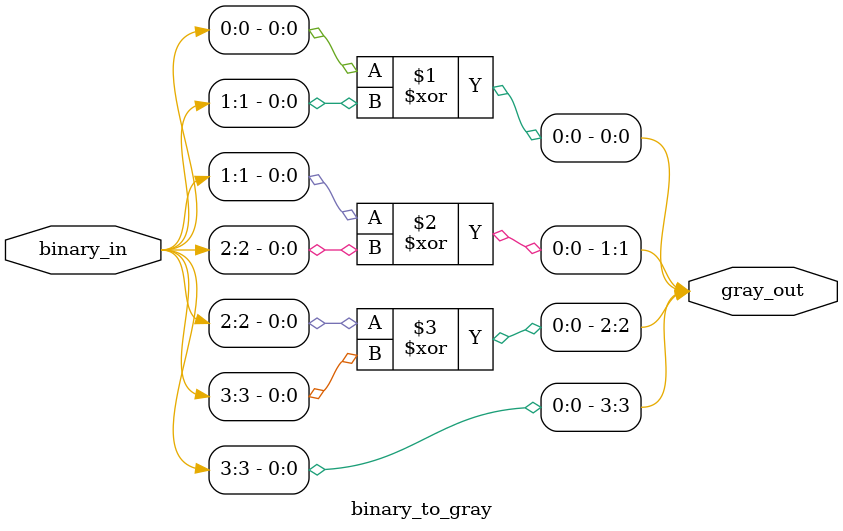
<source format=v>
module binary_to_gray #(
    parameter WIDTH = 4
)(
    input wire [WIDTH-1:0] binary_in,
    output wire [WIDTH-1:0] gray_out
);

    // Gray code conversion: gray_out = binary_in ^ (binary_in >> 1)
    assign gray_out[WIDTH-1] = binary_in[WIDTH-1];
    
    genvar i;
    generate
        for (i = 0; i < WIDTH-1; i = i + 1) begin : gen_gray
            assign gray_out[i] = binary_in[i] ^ binary_in[i+1];
        end
    endgenerate

endmodule 

</source>
